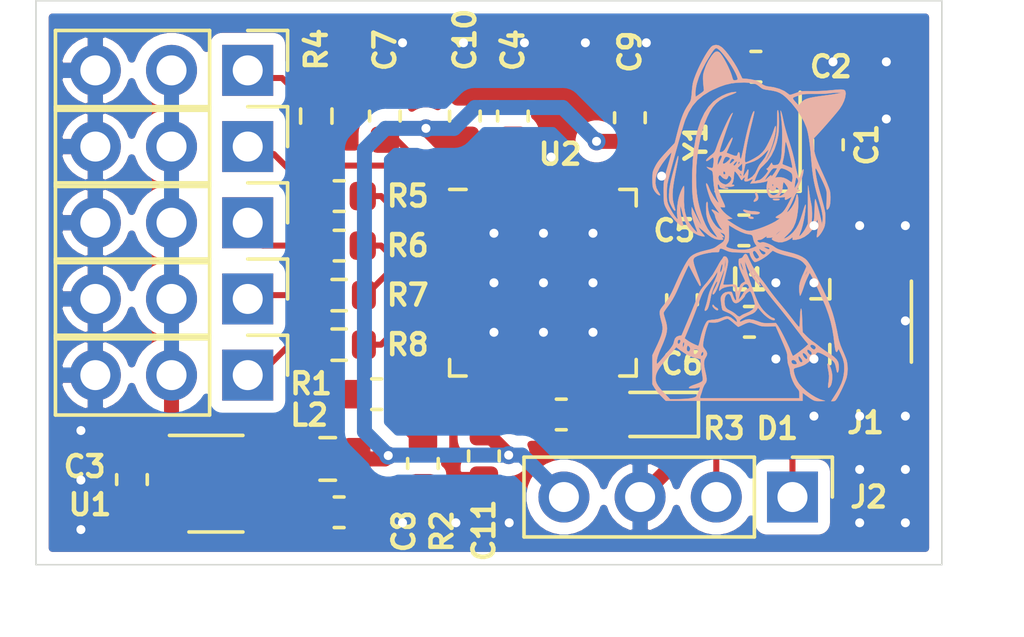
<source format=kicad_pcb>
(kicad_pcb (version 20240108) (generator "pcbnew") (generator_version "8.0")
  (title_block (title "ble-receiver") (date "2021-04-11") (rev "1.0") (company "dossalab"))
  (layers (0 "F.Cu" signal) (31 "B.Cu" signal) (34 "B.Paste" user) (35 "F.Paste" user) (36 "B.SilkS" user "B.Silkscreen") (37 "F.SilkS" user "F.Silkscreen") (38 "B.Mask" user) (39 "F.Mask" user) (44 "Edge.Cuts" user))
  (net 0 "")
  (net 1 "+3V3")
  (net 2 "GND")
  (net 3 "Net-(U2-XC1)")
  (net 4 "+BATT")
  (net 5 "Net-(U2-XC2)")
  (net 6 "/DCDC_OUT")
  (net 7 "Net-(U2-DEC4)")
  (net 8 "Net-(U2-DEC3)")
  (net 9 "Net-(U2-ANT)")
  (net 10 "Net-(U2-DEC1)")
  (net 11 "Net-(D1-A)")
  (net 12 "Net-(J1-In)")
  (net 13 "Net-(J3-Pin_1)")
  (net 14 "Net-(J4-Pin_1)")
  (net 15 "Net-(J5-Pin_1)")
  (net 16 "Net-(J6-Pin_1)")
  (net 17 "/SWDCLK")
  (net 18 "/SWDIO")
  (net 19 "Net-(J7-Pin_1)")
  (net 20 "/BATTERY_LEVEL")
  (net 21 "/STATUS_LED")
  (net 22 "/CH1")
  (net 23 "/CH2")
  (net 24 "/CH3")
  (net 25 "/CH4")
  (net 26 "/CH5")
  (footprint "Package_DFN_QFN:QFN-48-1EP_6x6mm_P0.4mm_EP4.6x4.6mm" (layer "F.Cu") (at 103 46.4)
    (property "Reference" "U2" (at 0.573 -4.285 0) (layer "F.SilkS") (effects (font (size 0.7 0.7))))
    (property "Value" "nRF52832-QFxx")
    (pad "1" smd roundrect (at -2.95 -2.2) (size 0.8 0.2) (layers "F.Cu" "F.Paste" "F.Mask") (net 10 "Net-(U2-DEC1)"))
    (pad "2" smd roundrect (at -2.95 -1.8) (size 0.8 0.2) (layers "F.Cu" "F.Paste" "F.Mask") (net 22 "/CH1"))
    (pad "3" smd roundrect (at -2.95 -1.4) (size 0.8 0.2) (layers "F.Cu" "F.Paste" "F.Mask") (net 23 "/CH2"))
    (pad "4" smd roundrect (at -2.95 -1) (size 0.8 0.2) (layers "F.Cu" "F.Paste" "F.Mask") (net 24 "/CH3"))
    (pad "5" smd roundrect (at -2.95 -0.6) (size 0.8 0.2) (layers "F.Cu" "F.Paste" "F.Mask") (net 25 "/CH4"))
    (pad "6" smd roundrect (at -2.95 -0.2) (size 0.8 0.2) (layers "F.Cu" "F.Paste" "F.Mask") (net 26 "/CH5"))
    (pad "7" smd roundrect (at -2.95 0.2) (size 0.8 0.2) (layers "F.Cu" "F.Paste" "F.Mask") (net 20 "/BATTERY_LEVEL"))
    (pad "8" smd roundrect (at -2.95 0.6) (size 0.8 0.2) (layers "F.Cu" "F.Paste" "F.Mask"))
    (pad "9" smd roundrect (at -2.95 1) (size 0.8 0.2) (layers "F.Cu" "F.Paste" "F.Mask"))
    (pad "10" smd roundrect (at -2.95 1.4) (size 0.8 0.2) (layers "F.Cu" "F.Paste" "F.Mask"))
    (pad "11" smd roundrect (at -2.95 1.8) (size 0.8 0.2) (layers "F.Cu" "F.Paste" "F.Mask"))
    (pad "12" smd roundrect (at -2.95 2.2) (size 0.8 0.2) (layers "F.Cu" "F.Paste" "F.Mask"))
    (pad "13" smd roundrect (at -2.2 2.95) (size 0.2 0.8) (layers "F.Cu" "F.Paste" "F.Mask") (net 1 "+3V3"))
    (pad "14" smd roundrect (at -1.8 2.95) (size 0.2 0.8) (layers "F.Cu" "F.Paste" "F.Mask") (net 21 "/STATUS_LED"))
    (pad "15" smd roundrect (at -1.4 2.95) (size 0.2 0.8) (layers "F.Cu" "F.Paste" "F.Mask"))
    (pad "16" smd roundrect (at -1 2.95) (size 0.2 0.8) (layers "F.Cu" "F.Paste" "F.Mask"))
    (pad "17" smd roundrect (at -0.6 2.95) (size 0.2 0.8) (layers "F.Cu" "F.Paste" "F.Mask"))
    (pad "18" smd roundrect (at -0.2 2.95) (size 0.2 0.8) (layers "F.Cu" "F.Paste" "F.Mask"))
    (pad "19" smd roundrect (at 0.2 2.95) (size 0.2 0.8) (layers "F.Cu" "F.Paste" "F.Mask"))
    (pad "20" smd roundrect (at 0.6 2.95) (size 0.2 0.8) (layers "F.Cu" "F.Paste" "F.Mask"))
    (pad "21" smd roundrect (at 1 2.95) (size 0.2 0.8) (layers "F.Cu" "F.Paste" "F.Mask"))
    (pad "22" smd roundrect (at 1.4 2.95) (size 0.2 0.8) (layers "F.Cu" "F.Paste" "F.Mask"))
    (pad "23" smd roundrect (at 1.8 2.95) (size 0.2 0.8) (layers "F.Cu" "F.Paste" "F.Mask"))
    (pad "24" smd roundrect (at 2.2 2.95) (size 0.2 0.8) (layers "F.Cu" "F.Paste" "F.Mask"))
    (pad "25" smd roundrect (at 2.95 2.2) (size 0.8 0.2) (layers "F.Cu" "F.Paste" "F.Mask") (net 17 "/SWDCLK"))
    (pad "26" smd roundrect (at 2.95 1.8) (size 0.8 0.2) (layers "F.Cu" "F.Paste" "F.Mask") (net 18 "/SWDIO"))
    (pad "27" smd roundrect (at 2.95 1.4) (size 0.8 0.2) (layers "F.Cu" "F.Paste" "F.Mask"))
    (pad "28" smd roundrect (at 2.95 1) (size 0.8 0.2) (layers "F.Cu" "F.Paste" "F.Mask"))
    (pad "29" smd roundrect (at 2.95 0.6) (size 0.8 0.2) (layers "F.Cu" "F.Paste" "F.Mask"))
    (pad "30" smd roundrect (at 2.95 0.2) (size 0.8 0.2) (layers "F.Cu" "F.Paste" "F.Mask") (net 9 "Net-(U2-ANT)"))
    (pad "31" smd roundrect (at 2.95 -0.2) (size 0.8 0.2) (layers "F.Cu" "F.Paste" "F.Mask") (net 2 "GND"))
    (pad "32" smd roundrect (at 2.95 -0.6) (size 0.8 0.2) (layers "F.Cu" "F.Paste" "F.Mask"))
    (pad "33" smd roundrect (at 2.95 -1) (size 0.8 0.2) (layers "F.Cu" "F.Paste" "F.Mask") (net 8 "Net-(U2-DEC3)"))
    (pad "34" smd roundrect (at 2.95 -1.4) (size 0.8 0.2) (layers "F.Cu" "F.Paste" "F.Mask") (net 3 "Net-(U2-XC1)"))
    (pad "35" smd roundrect (at 2.95 -1.8) (size 0.8 0.2) (layers "F.Cu" "F.Paste" "F.Mask") (net 5 "Net-(U2-XC2)"))
    (pad "36" smd roundrect (at 2.95 -2.2) (size 0.8 0.2) (layers "F.Cu" "F.Paste" "F.Mask") (net 1 "+3V3"))
    (pad "37" smd roundrect (at 2.2 -2.95) (size 0.2 0.8) (layers "F.Cu" "F.Paste" "F.Mask"))
    (pad "38" smd roundrect (at 1.8 -2.95) (size 0.2 0.8) (layers "F.Cu" "F.Paste" "F.Mask"))
    (pad "39" smd roundrect (at 1.4 -2.95) (size 0.2 0.8) (layers "F.Cu" "F.Paste" "F.Mask"))
    (pad "40" smd roundrect (at 1 -2.95) (size 0.2 0.8) (layers "F.Cu" "F.Paste" "F.Mask"))
    (pad "41" smd roundrect (at 0.6 -2.95) (size 0.2 0.8) (layers "F.Cu" "F.Paste" "F.Mask"))
    (pad "42" smd roundrect (at 0.2 -2.95) (size 0.2 0.8) (layers "F.Cu" "F.Paste" "F.Mask"))
    (pad "43" smd roundrect (at -0.2 -2.95) (size 0.2 0.8) (layers "F.Cu" "F.Paste" "F.Mask"))
    (pad "44" smd roundrect (at -0.6 -2.95) (size 0.2 0.8) (layers "F.Cu" "F.Paste" "F.Mask"))
    (pad "45" smd roundrect (at -1 -2.95) (size 0.2 0.8) (layers "F.Cu" "F.Paste" "F.Mask") (net 2 "GND"))
    (pad "46" smd roundrect (at -1.4 -2.95) (size 0.2 0.8) (layers "F.Cu" "F.Paste" "F.Mask") (net 7 "Net-(U2-DEC4)"))
    (pad "47" smd roundrect (at -1.8 -2.95) (size 0.2 0.8) (layers "F.Cu" "F.Paste" "F.Mask"))
    (pad "48" smd roundrect (at -2.2 -2.95) (size 0.2 0.8) (layers "F.Cu" "F.Paste" "F.Mask") (net 1 "+3V3"))
    (pad "49" smd rect (at 0 0) (size 4.6 4.6) (layers "F.Cu" "F.Mask") (net 2 "GND"))
  )
  (footprint "Capacitor_SMD:C_0603_1608Metric" (layer "F.Cu") (at 105.9 40.9 -90)
    (property "Reference" "C9" (at -2.2 0 -90) (layer "F.SilkS") (effects (font (size 0.7 0.7))))
    (property "Value" "4.7uF")
    (pad "1" smd roundrect (at -0.7875 0 270) (size 0.875 0.95) (layers "F.Cu" "F.Paste" "F.Mask") (net 2 "GND"))
    (pad "2" smd roundrect (at 0.7875 0 270) (size 0.875 0.95) (layers "F.Cu" "F.Paste" "F.Mask") (net 1 "+3V3"))
  )
  (footprint "Capacitor_SMD:C_0603_1608Metric" (layer "F.Cu") (at 100.398 40.845 -90)
    (property "Reference" "C10" (at -2.545 0 90) (layer "F.SilkS") (effects (font (size 0.7 0.7))))
    (property "Value" "100n")
    (pad "1" smd roundrect (at -0.7875 0 270) (size 0.875 0.95) (layers "F.Cu" "F.Paste" "F.Mask") (net 2 "GND"))
    (pad "2" smd roundrect (at 0.7875 0 270) (size 0.875 0.95) (layers "F.Cu" "F.Paste" "F.Mask") (net 1 "+3V3"))
  )
  (footprint "Capacitor_SMD:C_0603_1608Metric" (layer "F.Cu") (at 101.033 52.1735 90)
    (property "Reference" "C11" (at -2.4835 0 90) (layer "F.SilkS") (effects (font (size 0.7 0.7))))
    (property "Value" "100n")
    (pad "1" smd roundrect (at -0.7875 0 90) (size 0.875 0.95) (layers "F.Cu" "F.Paste" "F.Mask") (net 2 "GND"))
    (pad "2" smd roundrect (at 0.7875 0 90) (size 0.875 0.95) (layers "F.Cu" "F.Paste" "F.Mask") (net 1 "+3V3"))
  )
  (footprint "Capacitor_SMD:C_0603_1608Metric" (layer "F.Cu") (at 102 40.845 -90)
    (property "Reference" "C4" (at -2.2 0 90) (layer "F.SilkS") (effects (font (size 0.7 0.7))))
    (property "Value" "1uF")
    (pad "1" smd roundrect (at -0.7875 0 270) (size 0.875 0.95) (layers "F.Cu" "F.Paste" "F.Mask") (net 2 "GND"))
    (pad "2" smd roundrect (at 0.7875 0 270) (size 0.875 0.95) (layers "F.Cu" "F.Paste" "F.Mask") (net 7 "Net-(U2-DEC4)"))
  )
  (footprint "Capacitor_SMD:C_0603_1608Metric" (layer "F.Cu") (at 109.7 44.655 180)
    (property "Reference" "C5" (at 2.317 -0.009 0) (layer "F.SilkS") (effects (font (size 0.7 0.7))))
    (property "Value" "100pF")
    (pad "1" smd roundrect (at -0.7875 0 180) (size 0.875 0.95) (layers "F.Cu" "F.Paste" "F.Mask") (net 2 "GND"))
    (pad "2" smd roundrect (at 0.7875 0 180) (size 0.875 0.95) (layers "F.Cu" "F.Paste" "F.Mask") (net 8 "Net-(U2-DEC3)"))
  )
  (footprint "Capacitor_SMD:C_0603_1608Metric" (layer "F.Cu") (at 97.731 40.845 -90)
    (property "Reference" "C7" (at -2.2 0 90) (layer "F.SilkS") (effects (font (size 0.7 0.7))))
    (property "Value" "100n")
    (pad "1" smd roundrect (at -0.7875 0 270) (size 0.875 0.95) (layers "F.Cu" "F.Paste" "F.Mask") (net 2 "GND"))
    (pad "2" smd roundrect (at 0.7875 0 270) (size 0.875 0.95) (layers "F.Cu" "F.Paste" "F.Mask") (net 10 "Net-(U2-DEC1)"))
  )
  (footprint "Capacitor_SMD:C_0603_1608Metric" (layer "F.Cu") (at 112.5 41.8 90)
    (property "Reference" "C1" (at 0 1.3 -90) (layer "F.SilkS") (effects (font (size 0.7 0.7))))
    (property "Value" "12pF")
    (pad "1" smd roundrect (at -0.7875 0 90) (size 0.875 0.95) (layers "F.Cu" "F.Paste" "F.Mask") (net 3 "Net-(U2-XC1)"))
    (pad "2" smd roundrect (at 0.7875 0 90) (size 0.875 0.95) (layers "F.Cu" "F.Paste" "F.Mask") (net 2 "GND"))
  )
  (footprint "Capacitor_SMD:C_0603_1608Metric" (layer "F.Cu") (at 110.1 39.2)
    (property "Reference" "C2" (at 2.5 0 0) (layer "F.SilkS") (effects (font (size 0.7 0.7))))
    (property "Value" "12pF")
    (pad "1" smd roundrect (at -0.7875 0) (size 0.875 0.95) (layers "F.Cu" "F.Paste" "F.Mask") (net 5 "Net-(U2-XC2)"))
    (pad "2" smd roundrect (at 0.7875 0) (size 0.875 0.95) (layers "F.Cu" "F.Paste" "F.Mask") (net 2 "GND"))
  )
  (footprint "Connector_PinHeader_2.54mm:PinHeader_1x04_P2.54mm_Vertical" (layer "F.Cu") (at 111.32 53.545 -90)
    (property "Reference" "J2" (at 0 -2.54 180) (layer "F.SilkS") (effects (font (size 0.7 0.7))))
    (property "Value" "Conn_01x04")
    (pad "1" thru_hole rect (at 0 0 270) (size 1.7 1.7) (drill 1) (layers "*.Cu" "*.Mask") (net 18 "/SWDIO"))
    (pad "2" thru_hole oval (at 0 2.54 270) (size 1.7 1.7) (drill 1) (layers "*.Cu" "*.Mask") (net 17 "/SWDCLK"))
    (pad "3" thru_hole oval (at 0 5.08 270) (size 1.7 1.7) (drill 1) (layers "*.Cu" "*.Mask") (net 2 "GND"))
    (pad "4" thru_hole oval (at 0 7.62 270) (size 1.7 1.7) (drill 1) (layers "*.Cu" "*.Mask") (net 1 "+3V3"))
  )
  (footprint "Crystal:Crystal_SMD_2520-4Pin_2.5x2.0mm" (layer "F.Cu") (at 110.175 41.7 90)
    (property "Reference" "Y1" (at 0 -2.075 90) (layer "F.SilkS") (effects (font (size 0.7 0.7))))
    (property "Value" "32Mhz")
    (pad "1" smd rect (at -0.875 0.7 90) (size 1.15 1) (layers "F.Cu" "F.Paste" "F.Mask") (net 3 "Net-(U2-XC1)"))
    (pad "2" smd rect (at 0.875 0.7 90) (size 1.15 1) (layers "F.Cu" "F.Paste" "F.Mask") (net 2 "GND"))
    (pad "3" smd rect (at 0.875 -0.7 90) (size 1.15 1) (layers "F.Cu" "F.Paste" "F.Mask") (net 5 "Net-(U2-XC2)"))
    (pad "4" smd rect (at -0.875 -0.7 90) (size 1.15 1) (layers "F.Cu" "F.Paste" "F.Mask") (net 2 "GND"))
  )
  (footprint "ble-receiver:PinHeader_1x03_P2.54mm_Vertical" (layer "F.Cu") (at 93.159 41.861 -90)
    (property "Reference" "J4" (hide yes))
    (property "Value" "CH2")
    (pad "1" thru_hole rect (at 0 0 270) (size 1.7 1.7) (drill 1) (layers "*.Cu" "*.Mask") (net 14 "Net-(J4-Pin_1)"))
    (pad "2" thru_hole oval (at 0 2.54 270) (size 1.7 1.7) (drill 1) (layers "*.Cu" "*.Mask") (net 4 "+BATT"))
    (pad "3" thru_hole oval (at 0 5.08 270) (size 1.7 1.7) (drill 1) (layers "*.Cu" "*.Mask") (net 2 "GND"))
  )
  (footprint "Resistor_SMD:R_0603_1608Metric" (layer "F.Cu") (at 96.207 43.512 180)
    (property "Reference" "R5" (at -2.2875 0 0) (layer "F.SilkS") (effects (font (size 0.7 0.7))))
    (property "Value" "220")
    (pad "1" smd roundrect (at -0.7875 0 180) (size 0.875 0.95) (layers "F.Cu" "F.Paste" "F.Mask") (net 23 "/CH2"))
    (pad "2" smd roundrect (at 0.7875 0 180) (size 0.875 0.95) (layers "F.Cu" "F.Paste" "F.Mask") (net 14 "Net-(J4-Pin_1)"))
  )
  (footprint "Resistor_SMD:R_0603_1608Metric" (layer "F.Cu") (at 103.6125 50.792)
    (property "Reference" "R3" (at 5.4215 0.467 0) (layer "F.SilkS") (effects (font (size 0.7 0.7))))
    (property "Value" "220")
    (pad "1" smd roundrect (at -0.7875 0) (size 0.875 0.95) (layers "F.Cu" "F.Paste" "F.Mask") (net 21 "/STATUS_LED"))
    (pad "2" smd roundrect (at 0.7875 0) (size 0.875 0.95) (layers "F.Cu" "F.Paste" "F.Mask") (net 11 "Net-(D1-A)"))
  )
  (footprint "Capacitor_SMD:C_0603_1608Metric" (layer "F.Cu") (at 89.3 52.962 90)
    (property "Reference" "C3" (at 0.433 -1.578 0) (layer "F.SilkS") (effects (font (size 0.7 0.7))))
    (property "Value" "4.7uF")
    (pad "1" smd roundrect (at -0.7875 0 90) (size 0.875 0.95) (layers "F.Cu" "F.Paste" "F.Mask") (net 2 "GND"))
    (pad "2" smd roundrect (at 0.7875 0 90) (size 0.875 0.95) (layers "F.Cu" "F.Paste" "F.Mask") (net 4 "+BATT"))
  )
  (footprint "Capacitor_SMD:C_0603_1608Metric" (layer "F.Cu") (at 96.207 54.053 180)
    (property "Reference" "C8" (at -2.159 -0.635 90) (layer "F.SilkS") (effects (font (size 0.7 0.7))))
    (property "Value" "10uF")
    (pad "1" smd roundrect (at -0.7875 0 180) (size 0.875 0.95) (layers "F.Cu" "F.Paste" "F.Mask") (net 2 "GND"))
    (pad "2" smd roundrect (at 0.7875 0 180) (size 0.875 0.95) (layers "F.Cu" "F.Paste" "F.Mask") (net 1 "+3V3"))
  )
  (footprint "Inductor_SMD:L_0805_2012Metric" (layer "F.Cu") (at 95.826 52.275)
    (property "Reference" "L2" (at -0.6175 -1.4605 180) (layer "F.SilkS") (effects (font (size 0.7 0.7))))
    (property "Value" "10uH")
    (pad "1" smd roundrect (at -0.9375 0) (size 0.975 1.4) (layers "F.Cu" "F.Paste" "F.Mask") (net 6 "/DCDC_OUT"))
    (pad "2" smd roundrect (at 0.9375 0) (size 0.975 1.4) (layers "F.Cu" "F.Paste" "F.Mask") (net 1 "+3V3"))
  )
  (footprint "LED_SMD:LED_0603_1608Metric" (layer "F.Cu") (at 106.7 50.792 180)
    (property "Reference" "D1" (at -4.112 -0.467 180) (layer "F.SilkS") (effects (font (size 0.7 0.7))))
    (property "Value" "LED")
    (pad "1" smd roundrect (at -0.7875 0 180) (size 0.875 0.95) (layers "F.Cu" "F.Paste" "F.Mask") (net 2 "GND"))
    (pad "2" smd roundrect (at 0.7875 0 180) (size 0.875 0.95) (layers "F.Cu" "F.Paste" "F.Mask") (net 11 "Net-(D1-A)"))
  )
  (footprint "Capacitor_SMD:C_0603_1608Metric" (layer "F.Cu") (at 107.637 46.9665 -90)
    (property "Reference" "C6" (at 2.1335 0 180) (layer "F.SilkS") (effects (font (size 0.7 0.7))))
    (property "Value" "0.8pF")
    (pad "1" smd roundrect (at -0.7875 0 270) (size 0.875 0.95) (layers "F.Cu" "F.Paste" "F.Mask") (net 2 "GND"))
    (pad "2" smd roundrect (at 0.7875 0 270) (size 0.875 0.95) (layers "F.Cu" "F.Paste" "F.Mask") (net 9 "Net-(U2-ANT)"))
  )
  (footprint "Inductor_SMD:L_0603_1608Metric" (layer "F.Cu") (at 109.885 47.703 180)
    (property "Reference" "L1" (at 0.0255 1.397 0) (layer "F.SilkS") (effects (font (size 0.7 0.7))))
    (property "Value" "3.9nH")
    (pad "1" smd roundrect (at -0.7875 0 180) (size 0.875 0.95) (layers "F.Cu" "F.Paste" "F.Mask") (net 12 "Net-(J1-In)"))
    (pad "2" smd roundrect (at 0.7875 0 180) (size 0.875 0.95) (layers "F.Cu" "F.Paste" "F.Mask") (net 9 "Net-(U2-ANT)"))
  )
  (footprint "ble-receiver:PinHeader_1x03_P2.54mm_Vertical" (layer "F.Cu") (at 93.159 44.401 -90)
    (property "Reference" "J5" (hide yes))
    (property "Value" "CH3")
    (pad "1" thru_hole rect (at 0 0 270) (size 1.7 1.7) (drill 1) (layers "*.Cu" "*.Mask") (net 15 "Net-(J5-Pin_1)"))
    (pad "2" thru_hole oval (at 0 2.54 270) (size 1.7 1.7) (drill 1) (layers "*.Cu" "*.Mask") (net 4 "+BATT"))
    (pad "3" thru_hole oval (at 0 5.08 270) (size 1.7 1.7) (drill 1) (layers "*.Cu" "*.Mask") (net 2 "GND"))
  )
  (footprint "Resistor_SMD:R_0603_1608Metric" (layer "F.Cu") (at 96.207 45.163 180)
    (property "Reference" "R6" (at -2.286 0 0) (layer "F.SilkS") (effects (font (size 0.7 0.7))))
    (property "Value" "220")
    (pad "1" smd roundrect (at -0.7875 0 180) (size 0.875 0.95) (layers "F.Cu" "F.Paste" "F.Mask") (net 24 "/CH3"))
    (pad "2" smd roundrect (at 0.7875 0 180) (size 0.875 0.95) (layers "F.Cu" "F.Paste" "F.Mask") (net 15 "Net-(J5-Pin_1)"))
  )
  (footprint "Resistor_SMD:R_0603_1608Metric" (layer "F.Cu") (at 97.4565 50.116)
    (property "Reference" "R1" (at -2.1845 -0.3485 180) (layer "F.SilkS") (effects (font (size 0.7 0.7))))
    (property "Value" "6.8k")
    (pad "1" smd roundrect (at -0.7875 0) (size 0.875 0.95) (layers "F.Cu" "F.Paste" "F.Mask") (net 4 "+BATT"))
    (pad "2" smd roundrect (at 0.7875 0) (size 0.875 0.95) (layers "F.Cu" "F.Paste" "F.Mask") (net 20 "/BATTERY_LEVEL"))
  )
  (footprint "Resistor_SMD:R_0603_1608Metric" (layer "F.Cu") (at 99.001 52.4275 -90)
    (property "Reference" "R2" (at 2.2605 -0.635 90) (layer "F.SilkS") (effects (font (size 0.7 0.7))))
    (property "Value" "10k")
    (pad "1" smd roundrect (at -0.7875 0 270) (size 0.875 0.95) (layers "F.Cu" "F.Paste" "F.Mask") (net 20 "/BATTERY_LEVEL"))
    (pad "2" smd roundrect (at 0.7875 0 270) (size 0.875 0.95) (layers "F.Cu" "F.Paste" "F.Mask") (net 2 "GND"))
  )
  (footprint "ble-receiver:PinHeader_1x03_P2.54mm_Vertical" (layer "F.Cu") (at 93.159 39.321 -90)
    (property "Reference" "J3" (hide yes))
    (property "Value" "CH1")
    (pad "1" thru_hole rect (at 0 0 270) (size 1.7 1.7) (drill 1) (layers "*.Cu" "*.Mask") (net 13 "Net-(J3-Pin_1)"))
    (pad "2" thru_hole oval (at 0 2.54 270) (size 1.7 1.7) (drill 1) (layers "*.Cu" "*.Mask") (net 4 "+BATT"))
    (pad "3" thru_hole oval (at 0 5.08 270) (size 1.7 1.7) (drill 1) (layers "*.Cu" "*.Mask") (net 2 "GND"))
  )
  (footprint "Resistor_SMD:R_0603_1608Metric" (layer "F.Cu") (at 95.445 40.845 90)
    (property "Reference" "R4" (at 2.222 0 90) (layer "F.SilkS") (effects (font (size 0.7 0.7))))
    (property "Value" "220")
    (pad "1" smd roundrect (at -0.825 0 90) (size 0.8 0.95) (layers "F.Cu" "F.Paste" "F.Mask") (net 22 "/CH1"))
    (pad "2" smd roundrect (at 0.825 0 90) (size 0.8 0.95) (layers "F.Cu" "F.Paste" "F.Mask") (net 13 "Net-(J3-Pin_1)"))
  )
  (footprint "ble-receiver:PinHeader_1x03_P2.54mm_Vertical" (layer "F.Cu") (at 93.159 46.941 -90)
    (property "Reference" "J6" (hide yes))
    (property "Value" "CH4")
    (pad "1" thru_hole rect (at 0 0 270) (size 1.7 1.7) (drill 1) (layers "*.Cu" "*.Mask") (net 16 "Net-(J6-Pin_1)"))
    (pad "2" thru_hole oval (at 0 2.54 270) (size 1.7 1.7) (drill 1) (layers "*.Cu" "*.Mask") (net 4 "+BATT"))
    (pad "3" thru_hole oval (at 0 5.08 270) (size 1.7 1.7) (drill 1) (layers "*.Cu" "*.Mask") (net 2 "GND"))
  )
  (footprint "Resistor_SMD:R_0603_1608Metric" (layer "F.Cu") (at 96.207 46.814 180)
    (property "Reference" "R7" (at -2.286 0 0) (layer "F.SilkS") (effects (font (size 0.7 0.7))))
    (property "Value" "220")
    (pad "1" smd roundrect (at -0.825 0 180) (size 0.8 0.95) (layers "F.Cu" "F.Paste" "F.Mask") (net 25 "/CH4"))
    (pad "2" smd roundrect (at 0.825 0 180) (size 0.8 0.95) (layers "F.Cu" "F.Paste" "F.Mask") (net 16 "Net-(J6-Pin_1)"))
  )
  (footprint "ble-receiver:PinHeader_1x03_P2.54mm_Vertical" (layer "F.Cu") (at 93.159 49.481 -90)
    (property "Reference" "J7" (hide yes))
    (property "Value" "CH5")
    (pad "1" thru_hole rect (at 0 0 270) (size 1.7 1.7) (drill 1) (layers "*.Cu" "*.Mask") (net 19 "Net-(J7-Pin_1)"))
    (pad "2" thru_hole oval (at 0 2.54 270) (size 1.7 1.7) (drill 1) (layers "*.Cu" "*.Mask") (net 4 "+BATT"))
    (pad "3" thru_hole oval (at 0 5.08 270) (size 1.7 1.7) (drill 1) (layers "*.Cu" "*.Mask") (net 2 "GND"))
  )
  (footprint "Resistor_SMD:R_0603_1608Metric" (layer "F.Cu") (at 96.207 48.465 180)
    (property "Reference" "R8" (at -2.286 0 0) (layer "F.SilkS") (effects (font (size 0.7 0.7))))
    (property "Value" "220")
    (pad "1" smd roundrect (at -0.825 0 180) (size 0.8 0.95) (layers "F.Cu" "F.Paste" "F.Mask") (net 26 "/CH5"))
    (pad "2" smd roundrect (at 0.825 0 180) (size 0.8 0.95) (layers "F.Cu" "F.Paste" "F.Mask") (net 19 "Net-(J7-Pin_1)"))
  )
  (footprint "Connector_Coaxial:U.FL_Hirose_U.FL-R-SMT-1_Vertical" (layer "F.Cu") (at 113.4495 47.6974)
    (property "Reference" "J1" (at 0.306 3.37 0) (layer "F.SilkS") (effects (font (size 0.7 0.7))))
    (property "Value" "Conn_Coaxial")
    (pad "1" smd rect (at -1.05 0) (size 1.05 1) (layers "F.Cu" "F.Paste" "F.Mask") (net 12 "Net-(J1-In)"))
    (pad "2" smd rect (at 0.475 -1.475) (size 2.2 1.05) (layers "F.Cu" "F.Paste" "F.Mask") (net 2 "GND"))
    (pad "2" smd rect (at 0.475 1.475) (size 2.2 1.05) (layers "F.Cu" "F.Paste" "F.Mask") (net 2 "GND"))
  )
  (footprint "Package_TO_SOT_SMD:SOT-23-5" (layer "F.Cu") (at 92.1 53.1)
    (property "Reference" "U1" (at -4.2 0.7 0) (layer "F.SilkS") (effects (font (size 0.7 0.7))))
    (property "Value" "TPS62203DBV")
    (pad "1" smd rect (at -1.1 -0.95) (size 1.06 0.65) (layers "F.Cu" "F.Paste" "F.Mask") (net 4 "+BATT"))
    (pad "2" smd rect (at -1.1 0) (size 1.06 0.65) (layers "F.Cu" "F.Paste" "F.Mask") (net 2 "GND"))
    (pad "3" smd rect (at -1.1 0.95) (size 1.06 0.65) (layers "F.Cu" "F.Paste" "F.Mask") (net 4 "+BATT"))
    (pad "4" smd rect (at 1.1 0.95) (size 1.06 0.65) (layers "F.Cu" "F.Paste" "F.Mask") (net 1 "+3V3"))
    (pad "5" smd rect (at 1.1 -0.95) (size 1.06 0.65) (layers "F.Cu" "F.Paste" "F.Mask") (net 6 "/DCDC_OUT"))
  )
  (footprint "ble-receiver:2d-girl" (layer "B.Cu") (at 109.9 44.4 180)
    (property "Reference" "G***" (hide yes))
    (property "Value" "LOGO" (hide yes))
  )
  (gr_line (start 116.3 55.8) (end 86.1 55.8) (stroke (width 0.05)) (layer "Edge.Cuts"))
  (gr_line (start 86.1 37) (end 116.3 37) (stroke (width 0.05)) (layer "Edge.Cuts"))
  (gr_line (start 86.1 55.8) (end 86.1 37) (stroke (width 0.05)) (layer "Edge.Cuts"))
  (gr_line (start 116.3 37) (end 116.3 55.8) (stroke (width 0.05)) (layer "Edge.Cuts"))
  (segment (start 101.033 51.386) (end 101.033 51.386) (width 0.2) (layer "F.Cu") (net 1))
  (segment (start 96.7635 52.275) (end 97.731 52.275) (width 0.5) (layer "F.Cu") (net 1))
  (segment (start 100.8 42.0345) (end 100.398 41.6325) (width 0.2) (layer "F.Cu") (net 1))
  (segment (start 100.398 41.6325) (end 100.398 41.6855) (width 0.2) (layer "F.Cu") (net 1))
  (segment (start 101.0965 51.386) (end 101.8585 52.148) (width 0.5) (layer "F.Cu") (net 1))
  (segment (start 99.499999 41.653999) (end 99.1 41.254) (width 0.5) (layer "F.Cu") (net 1))
  (segment (start 99.5335 41.6875) (end 99.499999 41.653999) (width 0.5) (layer "F.Cu") (net 1))
  (segment (start 100.8 50.4225) (end 101.033 50.6555) (width 0.2) (layer "F.Cu") (net 1))
  (segment (start 100.4 41.6875) (end 99.5335 41.6875) (width 0.5) (layer "F.Cu") (net 1))
  (segment (start 95.4225 54.05) (end 96.7635 52.709) (width 0.5) (layer "F.Cu") (net 1))
  (segment (start 100.8 43.45) (end 100.8 42.0345) (width 0.2) (layer "F.Cu") (net 1))
  (segment (start 105.9 41.6875) (end 104.787502 41.6875) (width 0.5) (layer "F.Cu") (net 1))
  (segment (start 93.2 54.05) (end 95.4225 54.05) (width 0.5) (layer "F.Cu") (net 1))
  (segment (start 101.033 50.6555) (end 101.033 51.386) (width 0.2) (layer "F.Cu") (net 1))
  (segment (start 105.8875 44.1375) (end 105.95 44.2) (width 0.2) (layer "F.Cu") (net 1))
  (segment (start 96.7635 52.709) (end 96.7635 52.275) (width 0.5) (layer "F.Cu") (net 1))
  (segment (start 100.398 41.6855) (end 100.4 41.6875) (width 0.2) (layer "F.Cu") (net 1))
  (segment (start 97.731 52.275) (end 97.858 52.148) (width 0.5) (layer "F.Cu") (net 1))
  (segment (start 101.033 51.386) (end 101.0965 51.386) (width 0.5) (layer "F.Cu") (net 1))
  (segment (start 105.8875 41.9) (end 105.8875 44.1375) (width 0.2) (layer "F.Cu") (net 1))
  (segment (start 100.8 49.35) (end 100.8 50.4225) (width 0.2) (layer "F.Cu") (net 1))
  (via (at 99.100004 41.253996) (size 0.6) (drill 0.3) (layers "F.Cu" "B.Cu") (net 1))
  (via (at 101.85851 52.148) (size 0.6) (drill 0.3) (layers "F.Cu" "B.Cu") (net 1))
  (via (at 97.844004 52.162) (size 0.6) (drill 0.3) (layers "F.Cu" "B.Cu") (net 1))
  (via (at 104.787502 41.6875) (size 0.6) (drill 0.3) (layers "F.Cu" "B.Cu") (net 1))
  (segment (start 103.7 53.545) (end 102.303 52.148) (width 0.5) (layer "B.Cu") (net 1))
  (segment (start 97.05 41.957) (end 97.753004 41.253996) (width 0.5) (layer "B.Cu") (net 1))
  (segment (start 101.85851 52.148) (end 97.858004 52.148) (width 0.5) (layer "B.Cu") (net 1))
  (segment (start 104.7875 41.6875) (end 104.7875 41.6875) (width 0.5) (layer "B.Cu") (net 1))
  (segment (start 97.05 51.367996) (end 97.05 41.957) (width 0.5) (layer "B.Cu") (net 1))
  (segment (start 100.733 40.56) (end 103.660002 40.56) (width 0.5) (layer "B.Cu") (net 1))
  (segment (start 97.844004 52.162) (end 97.05 51.367996) (width 0.5) (layer "B.Cu") (net 1))
  (segment (start 100.039004 41.253996) (end 100.733 40.56) (width 0.5) (layer "B.Cu") (net 1))
  (segment (start 102.303 52.148) (end 101.85851 52.148) (width 0.5) (layer "B.Cu") (net 1))
  (segment (start 97.858004 52.148) (end 97.844004 52.162) (width 0.5) (layer "B.Cu") (net 1))
  (segment (start 103.660002 40.56) (end 104.787502 41.6875) (width 0.5) (layer "B.Cu") (net 1))
  (segment (start 99.100004 41.253996) (end 100.039004 41.253996) (width 0.5) (layer "B.Cu") (net 1))
  (segment (start 97.753004 41.253996) (end 99.100004 41.253996) (width 0.5) (layer "B.Cu") (net 1))
  (segment (start 103.1 42.3) (end 103.1 42) (width 0.2) (layer "F.Cu") (net 2))
  (segment (start 105.95 46.2) (end 103.2 46.2) (width 0.2) (layer "F.Cu") (net 2))
  (segment (start 107.616 46.2) (end 107.637 46.179) (width 0.2) (layer "F.Cu") (net 2))
  (segment (start 102 45.4) (end 103 46.4) (width 0.2) (layer "F.Cu") (net 2))
  (segment (start 89.9495 53.1) (end 89.3 53.7495) (width 0.5) (layer "F.Cu") (net 2))
  (segment (start 107.4875 52.3125) (end 107.4875 50.792) (width 0.5) (layer "F.Cu") (net 2))
  (segment (start 105.95 46.2) (end 107.616 46.2) (width 0.2) (layer "F.Cu") (net 2))
  (segment (start 103.1 42.3) (end 103.1 42.3) (width 0.2) (layer "F.Cu") (net 2))
  (segment (start 103.2 46.2) (end 103 46.4) (width 0.2) (layer "F.Cu") (net 2))
  (segment (start 106.24 53.545) (end 106.255 53.545) (width 0.5) (layer "F.Cu") (net 2))
  (segment (start 102 43.45) (end 102 42.8) (width 0.2) (layer "F.Cu") (net 2))
  (segment (start 102.904 42.496) (end 103.1 42.3) (width 0.2) (layer "F.Cu") (net 2))
  (segment (start 102 43.45) (end 102 45.4) (width 0.2) (layer "F.Cu") (net 2))
  (segment (start 106.255 53.545) (end 107.4875 52.3125) (width 0.5) (layer "F.Cu") (net 2))
  (segment (start 103.1 42) (end 103.1 41.7) (width 0.2) (layer "F.Cu") (net 2))
  (segment (start 102.304 42.496) (end 102.904 42.496) (width 0.2) (layer "F.Cu") (net 2))
  (segment (start 109.475 42.359998) (end 110.875 40.959998) (width 0.2) (layer "F.Cu") (net 2))
  (segment (start 102 42.8) (end 102.304 42.496) (width 0.2) (layer "F.Cu") (net 2))
  (segment (start 91 53.1) (end 89.9495 53.1) (width 0.5) (layer "F.Cu") (net 2))
  (via (at 87.598 54.63) (size 0.6) (drill 0.3) (layers "F.Cu" "B.Cu") (net 2))
  (via (at 106.448 38.401) (size 0.6) (drill 0.3) (layers "F.Cu" "B.Cu") (net 2))
  (via (at 103.273 42.211) (size 0.6) (drill 0.3) (layers "F.Cu" "B.Cu") (net 2))
  (via (at 110.766 48.942) (size 0.6) (drill 0.3) (layers "F.Cu" "B.Cu") (net 2))
  (via (at 113.56 52.625) (size 0.6) (drill 0.3) (layers "F.Cu" "B.Cu") (net 2))
  (via (at 112.036 46.402) (size 0.6) (drill 0.3) (layers "F.Cu" "B.Cu") (net 2))
  (via (at 98.32 54.403) (size 0.6) (drill 0.3) (layers "F.Cu" "B.Cu") (net 2))
  (via (at 104.67 46.402) (size 0.6) (drill 0.3) (layers "F.Cu" "B.Cu") (net 2))
  (via (at 104.67 48.053) (size 0.6) (drill 0.3) (layers "F.Cu" "B.Cu") (net 2))
  (via (at 87.598 52.979) (size 0.6) (drill 0.3) (layers "F.Cu" "B.Cu") (net 2))
  (via (at 100.352 38.401) (size 0.6) (drill 0.3) (layers "F.Cu" "B.Cu") (net 2))
  (via (at 102.384 38.401) (size 0.6) (drill 0.3) (layers "F.Cu" "B.Cu") (net 2))
  (via (at 115.084 44.497) (size 0.6) (drill 0.3) (layers "F.Cu" "B.Cu") (net 2))
  (via (at 106.956 42.846) (size 0.6) (drill 0.3) (layers "F.Cu" "B.Cu") (net 2))
  (via (at 104.416 38.401) (size 0.6) (drill 0.3) (layers "F.Cu" "B.Cu") (net 2))
  (via (at 115.084 54.403) (size 0.6) (drill 0.3) (layers "F.Cu" "B.Cu") (net 2))
  (via (at 115.084 52.625) (size 0.6) (drill 0.3) (layers "F.Cu" "B.Cu") (net 2))
  (via (at 101.368 46.402) (size 0.6) (drill 0.3) (layers "F.Cu" "B.Cu") (net 2))
  (via (at 112.036 44.497) (size 0.6) (drill 0.3) (layers "F.Cu" "B.Cu") (net 2))
  (via (at 87.598 51.328) (size 0.6) (drill 0.3) (layers "F.Cu" "B.Cu") (net 2))
  (via (at 114.449 39.036) (size 0.6) (drill 0.3) (layers "F.Cu" "B.Cu") (net 2))
  (via (at 101.368 44.751) (size 0.6) (drill 0.3) (layers "F.Cu" "B.Cu") (net 2))
  (via (at 100.098 54.403) (size 0.6) (drill 0.3) (layers "F.Cu" "B.Cu") (net 2))
  (via (at 112.036 48.942) (size 0.6) (drill 0.3) (layers "F.Cu" "B.Cu") (net 2))
  (via (at 103.019 48.053) (size 0.6) (drill 0.3) (layers "F.Cu" "B.Cu") (net 2))
  (via (at 113.56 44.497) (size 0.6) (drill 0.3) (layers "F.Cu" "B.Cu") (net 2))
  (via (at 112.671 39.036) (size 0.6) (drill 0.3) (layers "F.Cu" "B.Cu") (net 2))
  (via (at 112.036 50.847) (size 0.6) (drill 0.3) (layers "F.Cu" "B.Cu") (net 2))
  (via (at 113.56 54.403) (size 0.6) (drill 0.3) (layers "F.Cu" "B.Cu") (net 2))
  (via (at 103.019 44.751) (size 0.6) (drill 0.3) (layers "F.Cu" "B.Cu") (net 2))
  (via (at 113.56 50.847) (size 0.6) (drill 0.3) (layers "F.Cu" "B.Cu") (net 2))
  (via (at 103.019 46.402) (size 0.6) (drill 0.3) (layers "F.Cu" "B.Cu") (net 2))
  (via (at 104.67 44.751) (size 0.6) (drill 0.3) (layers "F.Cu" "B.Cu") (net 2))
  (via (at 101.876 54.403) (size 0.6) (drill 0.3) (layers "F.Cu" "B.Cu") (net 2))
  (via (at 101.368 48.053) (size 0.6) (drill 0.3) (layers "F.Cu" "B.Cu") (net 2))
  (via (at 114.449 40.941) (size 0.6) (drill 0.3) (layers "F.Cu" "B.Cu") (net 2))
  (via (at 115.084 50.847) (size 0.6) (drill 0.3) (layers "F.Cu" "B.Cu") (net 2))
  (via (at 110.766 46.402) (size 0.6) (drill 0.3) (layers "F.Cu" "B.Cu") (net 2))
  (via (at 98.32 38.401) (size 0.6) (drill 0.3) (layers "F.Cu" "B.Cu") (net 2))
  (via (at 115.084 47.672) (size 0.6) (drill 0.3) (layers "F.Cu" "B.Cu") (net 2))
  (segment (start 108.261 43.65) (end 106.911 45) (width 0.2) (layer "F.Cu") (net 3))
  (segment (start 106.911 45) (end 105.95 45) (width 0.2) (layer "F.Cu") (net 3))
  (segment (start 110.875 42.575) (end 110.875 43.325) (width 0.2) (layer "F.Cu") (net 3))
  (segment (start 110.875 43.325) (end 110.55 43.65) (width 0.2) (layer "F.Cu") (net 3))
  (segment (start 112.5 42.5875) (end 110.8875 42.5875) (width 0.2) (layer "F.Cu") (net 3))
  (segment (start 110.55 43.65) (end 108.261 43.65) (width 0.2) (layer "F.Cu") (net 3))
  (segment (start 90.619 51.131) (end 90.619 50.878) (width 0.5) (layer "F.Cu") (net 4))
  (segment (start 90.619 50.878) (end 90.746 51.005) (width 0.2) (layer "F.Cu") (net 4))
  (segment (start 91.95 54.05) (end 91 54.05) (width 0.2) (layer "F.Cu") (net 4))
  (segment (start 92.2 53.8) (end 91.95 54.05) (width 0.2) (layer "F.Cu") (net 4))
  (segment (start 92.2 52.43325) (end 92.2 53.8) (width 0.2) (layer "F.Cu") (net 4))
  (segment (start 91.91675 52.15) (end 92.2 52.43325) (width 0.2) (layer "F.Cu") (net 4))
  (segment (start 94.429 51.005) (end 95.318 50.116) (width 0.2) (layer "F.Cu") (net 4))
  (segment (start 89.3 52.1745) (end 89.3 51.6) (width 0.5) (layer "F.Cu") (net 4))
  (segment (start 89.3 51.6) (end 89.55 51.35) (width 0.5) (layer "F.Cu") (net 4))
  (segment (start 95.318 50.116) (end 96.669 50.116) (width 0.2) (layer "F.Cu") (net 4))
  (segment (start 89.55 51.35) (end 90.4 51.35) (width 0.5) (layer "F.Cu") (net 4))
  (segment (start 90.619 50.878) (end 90.619 49.735) (width 0.5) (layer "F.Cu") (net 4))
  (segment (start 91 52.15) (end 90.9755 52.1745) (width 0.5) (layer "F.Cu") (net 4))
  (segment (start 90.746 51.005) (end 94.429 51.005) (width 0.2) (layer "F.Cu") (net 4))
  (segment (start 91 52.15) (end 91.91675 52.15) (width 0.2) (layer "F.Cu") (net 4))
  (segment (start 90.4 51.35) (end 90.619 51.131) (width 0.5) (layer "F.Cu") (net 4))
  (segment (start 90.9755 52.1745) (end 89.3 52.1745) (width 0.5) (layer "F.Cu") (net 4))
  (segment (start 90.619 49.481) (end 90.619 39.321) (width 0.5) (layer "B.Cu") (net 4))
  (segment (start 108.475 40.825) (end 108.1 41.2) (width 0.2) (layer "F.Cu") (net 5))
  (segment (start 108.1 43.176) (end 106.676 44.6) (width 0.2) (layer "F.Cu") (net 5))
  (segment (start 109.475 40.825) (end 108.475 40.825) (width 0.2) (layer "F.Cu") (net 5))
  (segment (start 109.475 40.825) (end 109.475 39.2625) (width 0.2) (layer "F.Cu") (net 5))
  (segment (start 106.676 44.6) (end 105.95 44.6) (width 0.2) (layer "F.Cu") (net 5))
  (segment (start 108.1 41.2) (end 108.1 43.176) (width 0.2) (layer "F.Cu") (net 5))
  (segment (start 93.2 52.15) (end 94.8455 52.15) (width 0.5) (layer "F.Cu") (net 6))
  (segment (start 94.8455 52.15) (end 94.9075 52.212) (width 0.5) (layer "F.Cu") (net 6))
  (segment (start 101.6 43.45) (end 101.6 42.0325) (width 0.2) (layer "F.Cu") (net 7))
  (segment (start 101.6 42.0325) (end 102 41.6325) (width 0.2) (layer "F.Cu") (net 7))
  (segment (start 105.95 45.4) (end 107.146 45.4) (width 0.2) (layer "F.Cu") (net 8))
  (segment (start 107.891 44.655) (end 108.9125 44.655) (width 0.2) (layer "F.Cu") (net 8))
  (segment (start 107.146 45.4) (end 107.891 44.655) (width 0.2) (layer "F.Cu") (net 8))
  (segment (start 106.8115 47.2585) (end 106.8115 46.941) (width 0.2) (layer "F.Cu") (net 9))
  (segment (start 107.307 47.754) (end 106.8115 47.2585) (width 0.2) (layer "F.Cu") (net 9))
  (segment (start 109.11 47.754) (end 109.161 47.703) (width 0.5) (layer "F.Cu") (net 9))
  (segment (start 107.637 47.754) (end 107.307 47.754) (width 0.2) (layer "F.Cu") (net 9))
  (segment (start 106.4705 46.6) (end 105.95 46.6) (width 0.2) (layer "F.Cu") (net 9))
  (segment (start 107.637 47.754) (end 109.11 47.754) (width 0.5) (layer "F.Cu") (net 9))
  (segment (start 106.8115 46.941) (end 106.4705 46.6) (width 0.2) (layer "F.Cu") (net 9))
  (segment (start 98.148 41.658) (end 97.731 41.658) (width 0.2) (layer "F.Cu") (net 10))
  (segment (start 100.05 44.2) (end 100.05 43.56) (width 0.2) (layer "F.Cu") (net 10))
  (segment (start 100.05 43.56) (end 98.148 41.658) (width 0.2) (layer "F.Cu") (net 10))
  (segment (start 104.4 50.792) (end 105.9125 50.792) (width 0.5) (layer "F.Cu") (net 11))
  (segment (start 112.201 47.703) (end 112.25 47.752) (width 0.5) (layer "F.Cu") (net 12))
  (segment (start 110.6725 47.703) (end 112.3939 47.703) (width 1) (layer "F.Cu") (net 12))
  (segment (start 112.3939 47.703) (end 112.3995 47.6974) (width 1) (layer "F.Cu") (net 12))
  (segment (start 112.3505 47.703) (end 112.3995 47.752) (width 0.8) (layer "F.Cu") (net 12))
  (segment (start 93.159 39.575) (end 94.302 39.575) (width 0.2) (layer "F.Cu") (net 13))
  (segment (start 94.747 40.02) (end 95.445 40.02) (width 0.2) (layer "F.Cu") (net 13))
  (segment (start 94.302 39.575) (end 94.747 40.02) (width 0.2) (layer "F.Cu") (net 13))
  (segment (start 95.4195 43.5015) (end 95.4195 43.512) (width 0.2) (layer "F.Cu") (net 14))
  (segment (start 94.033 42.115) (end 95.4195 43.5015) (width 0.2) (layer "F.Cu") (net 14))
  (segment (start 93.159 42.115) (end 94.033 42.115) (width 0.2) (layer "F.Cu") (net 14))
  (segment (start 93.159 44.655) (end 93.667 45.163) (width 0.2) (layer "F.Cu") (net 15))
  (segment (start 93.667 45.163) (end 95.4195 45.163) (width 0.2) (layer "F.Cu") (net 15))
  (segment (start 93.54 46.814) (end 95.382 46.814) (width 0.2) (layer "F.Cu") (net 16))
  (segment (start 93.159 47.195) (end 93.54 46.814) (width 0.2) (layer "F.Cu") (net 16))
  (segment (start 106.375 48.6) (end 105.95 48.6) (width 0.2) (layer "F.Cu") (net 17))
  (segment (start 108.78 53.545) (end 108.78 50.639) (width 0.2) (layer "F.Cu") (net 17))
  (segment (start 108.0715 49.9305) (end 107.007 49.9305) (width 0.2) (layer "F.Cu") (net 17))
  (segment (start 107.007 49.9305) (end 106.621 49.5445) (width 0.2) (layer "F.Cu") (net 17))
  (segment (start 108.78 50.639) (end 108.0715 49.9305) (width 0.2) (layer "F.Cu") (net 17))
  (segment (start 106.621 48.846) (end 106.375 48.6) (width 0.2) (layer "F.Cu") (net 17))
  (segment (start 106.621 49.5445) (end 106.621 48.846) (width 0.2) (layer "F.Cu") (net 17))
  (segment (start 111.32 52.275) (end 108.495 49.45) (width 0.2) (layer "F.Cu") (net 18))
  (segment (start 107.591 49.45) (end 107.129 48.988) (width 0.2) (layer "F.Cu") (net 18))
  (segment (start 107.129 48.988) (end 107.129 48.719) (width 0.2) (layer "F.Cu") (net 18))
  (segment (start 106.61 48.2) (end 105.95 48.2) (width 0.2) (layer "F.Cu") (net 18))
  (segment (start 107.129 48.719) (end 106.61 48.2) (width 0.2) (layer "F.Cu") (net 18))
  (segment (start 108.495 49.45) (end 107.591 49.45) (width 0.2) (layer "F.Cu") (net 18))
  (segment (start 111.32 53.545) (end 111.32 52.275) (width 0.2) (layer "F.Cu") (net 18))
  (segment (start 111.32 53.545) (end 111.32 52.798) (width 0.2) (layer "F.Cu") (net 18))
  (segment (start 94.556 48.465) (end 95.382 48.465) (width 0.2) (layer "F.Cu") (net 19))
  (segment (start 93.286 49.735) (end 94.556 48.465) (width 0.2) (layer "F.Cu") (net 19))
  (segment (start 93.159 49.735) (end 93.286 49.735) (width 0.2) (layer "F.Cu") (net 19))
  (segment (start 99.001 46.814) (end 99.001 49.785) (width 0.2) (layer "F.Cu") (net 20))
  (segment (start 98.732 51.64) (end 99.001 51.64) (width 0.2) (layer "F.Cu") (net 20))
  (segment (start 99.215 46.6) (end 99.001 46.814) (width 0.2) (layer "F.Cu") (net 20))
  (segment (start 100.05 46.6) (end 99.215 46.6) (width 0.2) (layer "F.Cu") (net 20))
  (segment (start 98.193 50.116) (end 98.193 51.101) (width 0.2) (layer "F.Cu") (net 20))
  (segment (start 98.67 50.116) (end 98.193 50.116) (width 0.2) (layer "F.Cu") (net 20))
  (segment (start 98.193 51.101) (end 98.732 51.64) (width 0.2) (layer "F.Cu") (net 20))
  (segment (start 99.001 49.785) (end 98.67 50.116) (width 0.2) (layer "F.Cu") (net 20))
  (segment (start 101.885998 50.685998) (end 101.2 50) (width 0.2) (layer "F.Cu") (net 21))
  (segment (start 102.825 50.792) (end 102.718998 50.685998) (width 0.2) (layer "F.Cu") (net 21))
  (segment (start 101.2 50) (end 101.2 49.35) (width 0.2) (layer "F.Cu") (net 21))
  (segment (start 102.718998 50.685998) (end 101.885998 50.685998) (width 0.2) (layer "F.Cu") (net 21))
  (segment (start 98.6675 44.3215) (end 98.6675 43.3055) (width 0.2) (layer "F.Cu") (net 22))
  (segment (start 100.05 44.6) (end 98.946 44.6) (width 0.2) (layer "F.Cu") (net 22))
  (segment (start 96.08 42.496) (end 95.445 41.861) (width 0.2) (layer "F.Cu") (net 22))
  (segment (start 95.445 41.861) (end 95.445 41.67) (width 0.2) (layer "F.Cu") (net 22))
  (segment (start 97.858 42.496) (end 96.08 42.496) (width 0.2) (layer "F.Cu") (net 22))
  (segment (start 98.6675 43.3055) (end 97.858 42.496) (width 0.2) (layer "F.Cu") (net 22))
  (segment (start 98.946 44.6) (end 98.6675 44.3215) (width 0.2) (layer "F.Cu") (net 22))
  (segment (start 96.9945 43.512) (end 97.604 43.512) (width 0.2) (layer "F.Cu") (net 23))
  (segment (start 98.06125 43.96925) (end 98.06125 44.57875) (width 0.2) (layer "F.Cu") (net 23))
  (segment (start 98.06125 44.57875) (end 98.4825 45) (width 0.2) (layer "F.Cu") (net 23))
  (segment (start 97.604 43.512) (end 98.06125 43.96925) (width 0.2) (layer "F.Cu") (net 23))
  (segment (start 98.4825 45) (end 100.05 45) (width 0.2) (layer "F.Cu") (net 23))
  (segment (start 97.841 45.4) (end 97.604 45.163) (width 0.2) (layer "F.Cu") (net 24))
  (segment (start 97.604 45.163) (end 96.9945 45.163) (width 0.2) (layer "F.Cu") (net 24))
  (segment (start 100.05 45.4) (end 97.841 45.4) (width 0.2) (layer "F.Cu") (net 24))
  (segment (start 96.9945 45.163) (end 96.9945 45.29) (width 0.2) (layer "F.Cu") (net 24))
  (segment (start 97.096 46.814) (end 97.032 46.814) (width 0.2) (layer "F.Cu") (net 25))
  (segment (start 98.11 45.8) (end 97.096 46.814) (width 0.2) (layer "F.Cu") (net 25))
  (segment (start 100.05 45.8) (end 98.11 45.8) (width 0.2) (layer "F.Cu") (net 25))
  (segment (start 98.112 47.957) (end 97.604 48.465) (width 0.2) (layer "F.Cu") (net 26))
  (segment (start 97.604 48.465) (end 97.032 48.465) (width 0.2) (layer "F.Cu") (net 26))
  (segment (start 100.05 46.2) (end 98.853 46.2) (width 0.2) (layer "F.Cu") (net 26))
  (segment (start 98.853 46.2) (end 98.112 46.941) (width 0.2) (layer "F.Cu") (net 26))
  (segment (start 98.112 46.941) (end 98.112 47.957) (width 0.2) (layer "F.Cu") (net 26))
  (zone (net 2) (net_name "GND") (layer "F.Cu") (connect_pads no (clearance 0.1838)) (min_thickness 0.1) (fill yes (thermal_gap 0.3) (thermal_bridge_width 0.508))
    (polygon (pts (xy 112.544 48.942) (xy 110.258 48.942) (xy 110.258 46.402) (xy 112.544 46.402)))
  )
  (zone (net 2) (net_name "GND") (layer "F.Cu") (connect_pads (clearance 0.4)) (min_thickness 0.254) (fill yes (thermal_gap 0.3) (thermal_bridge_width 0.508))
    (polygon (pts (xy 116.3 55.8) (xy 86.1 55.8) (xy 86.1 37) (xy 116.3 37)))
  )
  (zone (net 0) (net_name "") (layer "F.Cu") (connect_pads (clearance 0)) (min_thickness 0.254)
    (keepout (tracks allowed) (vias allowed) (pads allowed) (copperpour not_allowed) (footprints allowed))
    (fill (thermal_gap 0.508) (thermal_bridge_width 0.508))
    (polygon (pts (xy 110.258 45.386) (xy 110.258 51.228) (xy 106.702 51.228) (xy 102.257 51.228) (xy 102.257 50.085) (xy 106.702 50.085) (xy 106.702 45.386)))
  )
  (zone (net 2) (net_name "GND") (layer "B.Cu") (connect_pads (clearance 0.4)) (min_thickness 0.254) (fill yes (thermal_gap 0.3) (thermal_bridge_width 0.508))
    (polygon (pts (xy 116.4 55.8) (xy 86.1 55.8) (xy 86.1 37) (xy 116.4 37)))
  )
)
</source>
